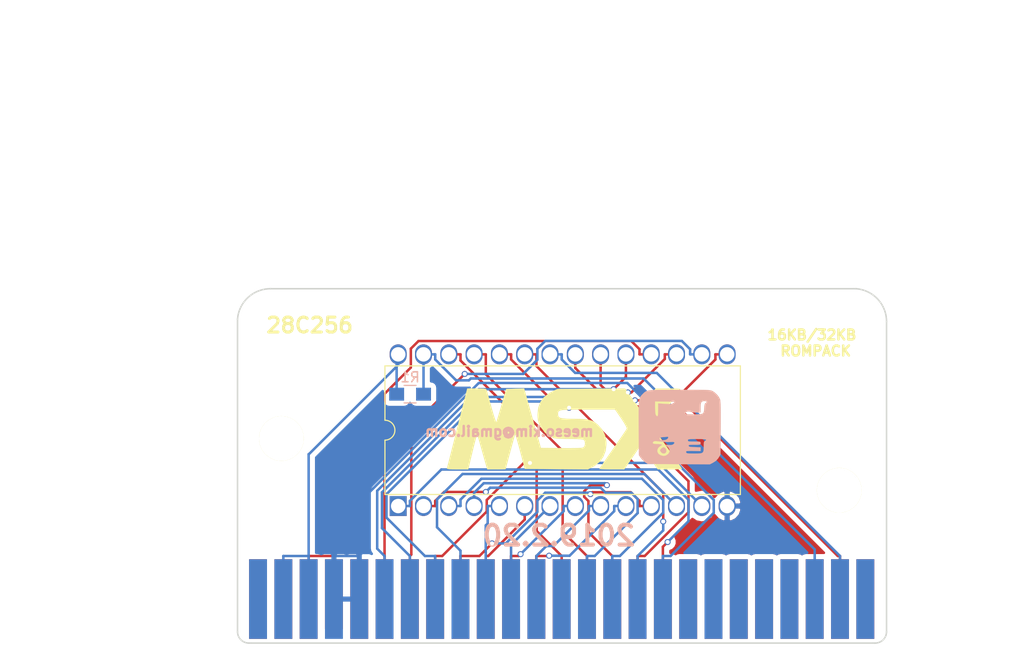
<source format=kicad_pcb>
(kicad_pcb (version 4) (host pcbnew 4.0.7)

  (general
    (links 33)
    (no_connects 0)
    (area 117.145999 76.899699 182.449136 112.649918)
    (thickness 1.6)
    (drawings 14)
    (tracks 253)
    (zones 0)
    (modules 5)
    (nets 48)
  )

  (page A4)
  (layers
    (0 F.Cu signal)
    (31 B.Cu signal)
    (32 B.Adhes user)
    (33 F.Adhes user)
    (34 B.Paste user)
    (35 F.Paste user)
    (36 B.SilkS user)
    (37 F.SilkS user)
    (38 B.Mask user)
    (39 F.Mask user)
    (40 Dwgs.User user)
    (41 Cmts.User user)
    (42 Eco1.User user)
    (43 Eco2.User user)
    (44 Edge.Cuts user)
    (45 Margin user)
    (46 B.CrtYd user)
    (47 F.CrtYd user)
    (48 B.Fab user)
    (49 F.Fab user)
  )

  (setup
    (last_trace_width 0.25)
    (trace_clearance 0.2)
    (zone_clearance 0.508)
    (zone_45_only no)
    (trace_min 0.2)
    (segment_width 0.2)
    (edge_width 0.15)
    (via_size 0.6)
    (via_drill 0.4)
    (via_min_size 0.4)
    (via_min_drill 0.3)
    (uvia_size 0.3)
    (uvia_drill 0.1)
    (uvias_allowed no)
    (uvia_min_size 0.2)
    (uvia_min_drill 0.1)
    (pcb_text_width 0.3)
    (pcb_text_size 1.5 1.5)
    (mod_edge_width 0.15)
    (mod_text_size 1 1)
    (mod_text_width 0.15)
    (pad_size 1.524 1.524)
    (pad_drill 0.762)
    (pad_to_mask_clearance 0.2)
    (aux_axis_origin 0 0)
    (visible_elements 7FFFFFFF)
    (pcbplotparams
      (layerselection 0x010f0_80000001)
      (usegerberextensions false)
      (excludeedgelayer true)
      (linewidth 0.100000)
      (plotframeref false)
      (viasonmask false)
      (mode 1)
      (useauxorigin false)
      (hpglpennumber 1)
      (hpglpenspeed 20)
      (hpglpendiameter 15)
      (hpglpenoverlay 2)
      (psnegative false)
      (psa4output false)
      (plotreference true)
      (plotvalue true)
      (plotinvisibletext false)
      (padsonsilk false)
      (subtractmaskfromsilk false)
      (outputformat 1)
      (mirror false)
      (drillshape 0)
      (scaleselection 1)
      (outputdirectory output))
  )

  (net 0 "")
  (net 1 "Net-(P1-Pad1)")
  (net 2 "Net-(P1-Pad2)")
  (net 3 /SLTSL)
  (net 4 "Net-(P1-Pad6)")
  (net 5 "Net-(P1-Pad7)")
  (net 6 "Net-(P1-Pad8)")
  (net 7 "Net-(P1-Pad9)")
  (net 8 "Net-(P1-Pad10)")
  (net 9 "Net-(P1-Pad11)")
  (net 10 "Net-(P1-Pad12)")
  (net 11 "Net-(P1-Pad13)")
  (net 12 "Net-(P1-Pad15)")
  (net 13 "Net-(P1-Pad16)")
  (net 14 /A9)
  (net 15 /A11)
  (net 16 /A10)
  (net 17 /A7)
  (net 18 /A6)
  (net 19 /A12)
  (net 20 /A8)
  (net 21 /A14)
  (net 22 /A13)
  (net 23 /A1)
  (net 24 /A0)
  (net 25 /A3)
  (net 26 /A2)
  (net 27 /A5)
  (net 28 /A4)
  (net 29 /D1)
  (net 30 /D0)
  (net 31 /D3)
  (net 32 /D2)
  (net 33 /D5)
  (net 34 /D4)
  (net 35 /D7)
  (net 36 /D6)
  (net 37 GND)
  (net 38 "Net-(P1-Pad42)")
  (net 39 "Net-(P1-Pad44)")
  (net 40 "Net-(P1-Pad48)")
  (net 41 "Net-(P1-Pad49)")
  (net 42 "Net-(P1-Pad50)")
  (net 43 VCC)
  (net 44 "Net-(P1-Pad25)")
  (net 45 /CS12)
  (net 46 /WR0)
  (net 47 "Net-(P1-Pad14)")

  (net_class Default "This is the default net class."
    (clearance 0.2)
    (trace_width 0.25)
    (via_dia 0.6)
    (via_drill 0.4)
    (uvia_dia 0.3)
    (uvia_drill 0.1)
    (add_net /A0)
    (add_net /A1)
    (add_net /A10)
    (add_net /A11)
    (add_net /A12)
    (add_net /A13)
    (add_net /A14)
    (add_net /A2)
    (add_net /A3)
    (add_net /A4)
    (add_net /A5)
    (add_net /A6)
    (add_net /A7)
    (add_net /A8)
    (add_net /A9)
    (add_net /CS12)
    (add_net /D0)
    (add_net /D1)
    (add_net /D2)
    (add_net /D3)
    (add_net /D4)
    (add_net /D5)
    (add_net /D6)
    (add_net /D7)
    (add_net /SLTSL)
    (add_net /WR0)
    (add_net GND)
    (add_net "Net-(P1-Pad1)")
    (add_net "Net-(P1-Pad10)")
    (add_net "Net-(P1-Pad11)")
    (add_net "Net-(P1-Pad12)")
    (add_net "Net-(P1-Pad13)")
    (add_net "Net-(P1-Pad14)")
    (add_net "Net-(P1-Pad15)")
    (add_net "Net-(P1-Pad16)")
    (add_net "Net-(P1-Pad2)")
    (add_net "Net-(P1-Pad25)")
    (add_net "Net-(P1-Pad42)")
    (add_net "Net-(P1-Pad44)")
    (add_net "Net-(P1-Pad48)")
    (add_net "Net-(P1-Pad49)")
    (add_net "Net-(P1-Pad50)")
    (add_net "Net-(P1-Pad6)")
    (add_net "Net-(P1-Pad7)")
    (add_net "Net-(P1-Pad8)")
    (add_net "Net-(P1-Pad9)")
    (add_net VCC)
  )

  (module MSX:card_edge_connector (layer F.Cu) (tedit 5AAFC971) (tstamp 5B97F924)
    (at 148.501 105.004)
    (path /5B981348)
    (fp_text reference P1 (at 2.794 -3.556) (layer F.SilkS) hide
      (effects (font (size 1 1) (thickness 0.15)))
    )
    (fp_text value CONN_MSXSLOT (at 1.25984 -0.66256) (layer F.Fab)
      (effects (font (size 1 1) (thickness 0.15)))
    )
    (fp_arc (start -30.268375 7.356852) (end -31.268375 7.356852) (angle -90.00000001) (layer Dwgs.User) (width 0.1))
    (fp_arc (start 32.846865 7.356852) (end 32.846865 8.356852) (angle -90) (layer Dwgs.User) (width 0.1))
    (fp_circle (center -26.873455 -12.985388) (end -25.523455 -12.985388) (layer Dwgs.User) (width 0.1))
    (fp_circle (center 29.126545 -7.785388) (end 30.476545 -7.785388) (layer Dwgs.User) (width 0.1))
    (fp_circle (center -26.873455 -12.985388) (end -24.623455 -12.985388) (layer Dwgs.User) (width 0.1))
    (fp_circle (center 29.126545 -7.785388) (end 31.376545 -7.785388) (layer Dwgs.User) (width 0.1))
    (fp_line (start 47.626545 -2.785388) (end 47.626545 -56.985388) (layer Dwgs.User) (width 0.1))
    (fp_line (start 33.836705 7.262872) (end 33.836705 -2.737128) (layer Dwgs.User) (width 0.1))
    (fp_line (start 47.626545 -56.985388) (end -55.073455 -56.985388) (layer Dwgs.User) (width 0.1))
    (fp_line (start -55.073455 -13.785388) (end -43.573455 -13.785388) (layer Dwgs.User) (width 0.1))
    (fp_line (start 33.826545 -2.785388) (end 47.626545 -2.785388) (layer Dwgs.User) (width 0.1))
    (fp_line (start -43.573455 -2.785388) (end -31.273455 -2.785388) (layer Dwgs.User) (width 0.1))
    (fp_line (start -31.268375 -2.724428) (end -31.268375 7.275572) (layer Dwgs.User) (width 0.1))
    (fp_line (start -30.253135 8.356852) (end 32.846865 8.356852) (layer Dwgs.User) (width 0.1))
    (fp_line (start -43.573455 -13.785388) (end -43.573455 -2.785388) (layer Dwgs.User) (width 0.1))
    (fp_line (start -55.073455 -56.985388) (end -55.073455 -13.785388) (layer Dwgs.User) (width 0.1))
    (fp_line (start -55.073455 -56.985388) (end -55.073455 -13.785388) (layer Dwgs.User) (width 0.1))
    (fp_line (start -43.573455 -13.785388) (end -43.573455 -2.785388) (layer Dwgs.User) (width 0.1))
    (fp_line (start -30.253135 8.356852) (end 32.846865 8.356852) (layer Dwgs.User) (width 0.1))
    (fp_line (start -31.273455 -2.785388) (end -31.273455 7.214612) (layer Dwgs.User) (width 0.1))
    (fp_line (start -43.573455 -2.785388) (end -31.273455 -2.785388) (layer Dwgs.User) (width 0.1))
    (fp_line (start 33.826545 -2.785388) (end 47.626545 -2.785388) (layer Dwgs.User) (width 0.1))
    (fp_line (start -55.073455 -13.785388) (end -43.573455 -13.785388) (layer Dwgs.User) (width 0.1))
    (fp_line (start 47.626545 -56.985388) (end -55.073455 -56.985388) (layer Dwgs.User) (width 0.1))
    (fp_line (start 47.626545 -2.785388) (end 47.626545 -56.985388) (layer Dwgs.User) (width 0.1))
    (fp_circle (center 29.126545 -7.785388) (end 31.376545 -7.785388) (layer Dwgs.User) (width 0.1))
    (fp_circle (center -26.873455 -12.985388) (end -24.623455 -12.985388) (layer Dwgs.User) (width 0.1))
    (fp_circle (center 29.126545 -7.785388) (end 30.476545 -7.785388) (layer Dwgs.User) (width 0.1))
    (fp_circle (center -26.873455 -12.985388) (end -25.523455 -12.985388) (layer Dwgs.User) (width 0.1))
    (fp_arc (start 32.846865 7.356852) (end 32.846865 8.356852) (angle -90) (layer Dwgs.User) (width 0.1))
    (pad "" np_thru_hole circle (at 29.12364 -7.78256) (size 4.5 4.5) (drill 4.5) (layers *.Cu *.Mask F.SilkS)
      (clearance 0.5))
    (pad 1 connect rect (at 31.73984 3.14744) (size 1.8 8) (layers B.Cu B.Mask)
      (net 1 "Net-(P1-Pad1)"))
    (pad 2 connect rect (at 31.73984 3.14744) (size 1.8 8) (layers F.Cu F.Mask)
      (net 2 "Net-(P1-Pad2)"))
    (pad 3 connect rect (at 29.19984 3.14744) (size 1.8 8) (layers B.Cu B.Mask)
      (net 45 /CS12))
    (pad 4 connect rect (at 29.19984 3.14744) (size 1.8 8) (layers F.Cu F.Mask)
      (net 3 /SLTSL))
    (pad 5 connect rect (at 26.65984 3.14744) (size 1.8 8) (layers B.Cu B.Mask)
      (net 46 /WR0))
    (pad 6 connect rect (at 26.65984 3.14744) (size 1.8 8) (layers F.Cu F.Mask)
      (net 4 "Net-(P1-Pad6)"))
    (pad 7 connect rect (at 24.11984 3.14744) (size 1.8 8) (layers B.Cu B.Mask)
      (net 5 "Net-(P1-Pad7)"))
    (pad 8 connect rect (at 24.11984 3.14744) (size 1.8 8) (layers F.Cu F.Mask)
      (net 6 "Net-(P1-Pad8)"))
    (pad 9 connect rect (at 21.57984 3.14744) (size 1.8 8) (layers B.Cu B.Mask)
      (net 7 "Net-(P1-Pad9)"))
    (pad 10 connect rect (at 21.57984 3.14744) (size 1.8 8) (layers F.Cu F.Mask)
      (net 8 "Net-(P1-Pad10)"))
    (pad 11 connect rect (at 19.03984 3.14744) (size 1.8 8) (layers B.Cu B.Mask)
      (net 9 "Net-(P1-Pad11)"))
    (pad 12 connect rect (at 19.03984 3.14744) (size 1.8 8) (layers F.Cu F.Mask)
      (net 10 "Net-(P1-Pad12)"))
    (pad 13 connect rect (at 16.49984 3.14744) (size 1.8 8) (layers B.Cu B.Mask)
      (net 11 "Net-(P1-Pad13)"))
    (pad 14 connect rect (at 16.49984 3.14744) (size 1.8 8) (layers F.Cu F.Mask)
      (net 47 "Net-(P1-Pad14)"))
    (pad 15 connect rect (at 13.95984 3.14744) (size 1.8 8) (layers B.Cu B.Mask)
      (net 12 "Net-(P1-Pad15)"))
    (pad 16 connect rect (at 13.95984 3.14744) (size 1.8 8) (layers F.Cu F.Mask)
      (net 13 "Net-(P1-Pad16)"))
    (pad 17 connect rect (at 11.41984 3.14744) (size 1.8 8) (layers B.Cu B.Mask)
      (net 14 /A9))
    (pad 18 connect rect (at 11.41984 3.14744) (size 1.8 8) (layers F.Cu F.Mask)
      (net 21 /A14))
    (pad 19 connect rect (at 8.87984 3.14744) (size 1.8 8) (layers B.Cu B.Mask)
      (net 15 /A11))
    (pad 20 connect rect (at 8.87984 3.14744) (size 1.8 8) (layers F.Cu F.Mask)
      (net 16 /A10))
    (pad 21 connect rect (at 6.33984 3.14744) (size 1.8 8) (layers B.Cu B.Mask)
      (net 17 /A7))
    (pad 22 connect rect (at 6.33984 3.14744) (size 1.8 8) (layers F.Cu F.Mask)
      (net 18 /A6))
    (pad 23 connect rect (at 3.79984 3.14744) (size 1.8 8) (layers B.Cu B.Mask)
      (net 19 /A12))
    (pad 24 connect rect (at 3.79984 3.14744) (size 1.8 8) (layers F.Cu F.Mask)
      (net 20 /A8))
    (pad 25 connect rect (at 1.25984 3.14744) (size 1.8 8) (layers B.Cu B.Mask)
      (net 44 "Net-(P1-Pad25)"))
    (pad 26 connect rect (at 1.25984 3.14744) (size 1.8 8) (layers F.Cu F.Mask)
      (net 22 /A13))
    (pad 27 connect rect (at -1.28016 3.14744) (size 1.8 8) (layers B.Cu B.Mask)
      (net 23 /A1))
    (pad 28 connect rect (at -1.28016 3.14744) (size 1.8 8) (layers F.Cu F.Mask)
      (net 24 /A0))
    (pad 29 connect rect (at -3.82016 3.14744) (size 1.8 8) (layers B.Cu B.Mask)
      (net 25 /A3))
    (pad 30 connect rect (at -3.82016 3.14744) (size 1.8 8) (layers F.Cu F.Mask)
      (net 26 /A2))
    (pad 31 connect rect (at -6.36016 3.14744) (size 1.8 8) (layers B.Cu B.Mask)
      (net 27 /A5))
    (pad 32 connect rect (at -6.36016 3.14744) (size 1.8 8) (layers F.Cu F.Mask)
      (net 28 /A4))
    (pad 33 connect rect (at -8.90016 3.14744) (size 1.8 8) (layers B.Cu B.Mask)
      (net 29 /D1))
    (pad 34 connect rect (at -8.90016 3.14744) (size 1.8 8) (layers F.Cu F.Mask)
      (net 30 /D0))
    (pad 35 connect rect (at -11.44016 3.14744) (size 1.8 8) (layers B.Cu B.Mask)
      (net 31 /D3))
    (pad 36 connect rect (at -11.44016 3.14744) (size 1.8 8) (layers F.Cu F.Mask)
      (net 32 /D2))
    (pad 37 connect rect (at -13.98016 3.14744) (size 1.8 8) (layers B.Cu B.Mask)
      (net 33 /D5))
    (pad 38 connect rect (at -13.98016 3.14744) (size 1.8 8) (layers F.Cu F.Mask)
      (net 34 /D4))
    (pad 39 connect rect (at -16.52016 3.14744) (size 1.8 8) (layers B.Cu B.Mask)
      (net 35 /D7))
    (pad 40 connect rect (at -16.52016 3.14744) (size 1.8 8) (layers F.Cu F.Mask)
      (net 36 /D6))
    (pad 41 connect rect (at -19.06016 3.14744) (size 1.8 8) (layers B.Cu B.Mask)
      (net 37 GND))
    (pad 42 connect rect (at -19.06016 3.14744) (size 1.8 8) (layers F.Cu F.Mask)
      (net 38 "Net-(P1-Pad42)"))
    (pad 43 connect rect (at -21.60016 3.14744) (size 1.8 8) (layers B.Cu B.Mask)
      (net 37 GND))
    (pad 44 connect rect (at -21.60524 2.65468) (size 1.8 7) (layers F.Cu F.Mask)
      (net 39 "Net-(P1-Pad44)"))
    (pad 45 connect rect (at -24.14016 3.14744) (size 1.8 8) (layers B.Cu B.Mask)
      (net 43 VCC))
    (pad 46 connect rect (at -24.14016 3.14744) (size 1.8 8) (layers F.Cu F.Mask)
      (net 39 "Net-(P1-Pad44)"))
    (pad 47 connect rect (at -26.68016 3.14744) (size 1.8 8) (layers B.Cu B.Mask)
      (net 43 VCC))
    (pad 48 connect rect (at -26.68016 3.14744) (size 1.8 8) (layers F.Cu F.Mask)
      (net 40 "Net-(P1-Pad48)"))
    (pad 49 connect rect (at -29.22016 3.14744) (size 1.8 8) (layers B.Cu B.Mask)
      (net 41 "Net-(P1-Pad49)"))
    (pad 50 connect rect (at -29.22016 3.14744) (size 1.8 8) (layers F.Cu F.Mask)
      (net 42 "Net-(P1-Pad50)"))
    (pad "" np_thru_hole circle (at -26.87574 -12.98448) (size 4.5 4.5) (drill 4.5) (layers *.Cu *.Mask F.SilkS)
      (clearance 0.5))
  )

  (module Housings_DIP:DIP-28_W15.24mm (layer F.Cu) (tedit 5BFA7DFD) (tstamp 5B97F954)
    (at 133.35 98.806 90)
    (descr "28-lead though-hole mounted DIP package, row spacing 15.24 mm (600 mils)")
    (tags "THT DIP DIL PDIP 2.54mm 15.24mm 600mil")
    (path /5B97E887)
    (fp_text reference U1 (at 7.366 1.905 180) (layer F.SilkS) hide
      (effects (font (size 1 1) (thickness 0.15)))
    )
    (fp_text value 28C256 (at 7.62 35.35 90) (layer F.Fab)
      (effects (font (size 1 1) (thickness 0.15)))
    )
    (fp_arc (start 7.62 -1.33) (end 6.62 -1.33) (angle -180) (layer F.SilkS) (width 0.12))
    (fp_line (start 1.255 -1.27) (end 14.985 -1.27) (layer F.Fab) (width 0.1))
    (fp_line (start 14.985 -1.27) (end 14.985 34.29) (layer F.Fab) (width 0.1))
    (fp_line (start 14.985 34.29) (end 0.255 34.29) (layer F.Fab) (width 0.1))
    (fp_line (start 0.255 34.29) (end 0.255 -0.27) (layer F.Fab) (width 0.1))
    (fp_line (start 0.255 -0.27) (end 1.255 -1.27) (layer F.Fab) (width 0.1))
    (fp_line (start 6.62 -1.33) (end 1.16 -1.33) (layer F.SilkS) (width 0.12))
    (fp_line (start 1.16 -1.33) (end 1.16 34.35) (layer F.SilkS) (width 0.12))
    (fp_line (start 1.16 34.35) (end 14.08 34.35) (layer F.SilkS) (width 0.12))
    (fp_line (start 14.08 34.35) (end 14.08 -1.33) (layer F.SilkS) (width 0.12))
    (fp_line (start 14.08 -1.33) (end 8.62 -1.33) (layer F.SilkS) (width 0.12))
    (fp_line (start -1.05 -1.55) (end -1.05 34.55) (layer F.CrtYd) (width 0.05))
    (fp_line (start -1.05 34.55) (end 16.3 34.55) (layer F.CrtYd) (width 0.05))
    (fp_line (start 16.3 34.55) (end 16.3 -1.55) (layer F.CrtYd) (width 0.05))
    (fp_line (start 16.3 -1.55) (end -1.05 -1.55) (layer F.CrtYd) (width 0.05))
    (fp_text user %R (at 7.62 16.51 90) (layer F.Fab)
      (effects (font (size 1 1) (thickness 0.15)))
    )
    (pad 1 thru_hole rect (at 0 0 90) (size 2 1.7) (drill 1.45) (layers *.Cu *.Mask)
      (net 21 /A14))
    (pad 15 thru_hole oval (at 15.24 33.02 90) (size 2 1.7) (drill 1.45) (layers *.Cu *.Mask)
      (net 31 /D3))
    (pad 2 thru_hole oval (at 0 2.54 90) (size 2 1.7) (drill 1.45) (layers *.Cu *.Mask)
      (net 19 /A12))
    (pad 16 thru_hole oval (at 15.24 30.48 90) (size 2 1.7) (drill 1.45) (layers *.Cu *.Mask)
      (net 34 /D4))
    (pad 3 thru_hole oval (at 0 5.08 90) (size 2 1.7) (drill 1.45) (layers *.Cu *.Mask)
      (net 17 /A7))
    (pad 17 thru_hole oval (at 15.24 27.94 90) (size 2 1.7) (drill 1.45) (layers *.Cu *.Mask)
      (net 33 /D5))
    (pad 4 thru_hole oval (at 0 7.62 90) (size 2 1.7) (drill 1.45) (layers *.Cu *.Mask)
      (net 18 /A6))
    (pad 18 thru_hole oval (at 15.24 25.4 90) (size 2 1.7) (drill 1.45) (layers *.Cu *.Mask)
      (net 36 /D6))
    (pad 5 thru_hole oval (at 0 10.16 90) (size 2 1.7) (drill 1.45) (layers *.Cu *.Mask)
      (net 27 /A5))
    (pad 19 thru_hole oval (at 15.24 22.86 90) (size 2 1.7) (drill 1.45) (layers *.Cu *.Mask)
      (net 35 /D7))
    (pad 6 thru_hole oval (at 0 12.7 90) (size 2 1.7) (drill 1.45) (layers *.Cu *.Mask)
      (net 28 /A4))
    (pad 20 thru_hole oval (at 15.24 20.32 90) (size 2 1.7) (drill 1.45) (layers *.Cu *.Mask)
      (net 3 /SLTSL))
    (pad 7 thru_hole oval (at 0 15.24 90) (size 2 1.7) (drill 1.45) (layers *.Cu *.Mask)
      (net 25 /A3))
    (pad 21 thru_hole oval (at 15.24 17.78 90) (size 2 1.7) (drill 1.45) (layers *.Cu *.Mask)
      (net 16 /A10))
    (pad 8 thru_hole oval (at 0 17.78 90) (size 2 1.7) (drill 1.45) (layers *.Cu *.Mask)
      (net 26 /A2))
    (pad 22 thru_hole oval (at 15.24 15.24 90) (size 2 1.7) (drill 1.45) (layers *.Cu *.Mask)
      (net 45 /CS12))
    (pad 9 thru_hole oval (at 0 20.32 90) (size 2 1.7) (drill 1.45) (layers *.Cu *.Mask)
      (net 23 /A1))
    (pad 23 thru_hole oval (at 15.24 12.7 90) (size 2 1.7) (drill 1.45) (layers *.Cu *.Mask)
      (net 15 /A11))
    (pad 10 thru_hole oval (at 0 22.86 90) (size 2 1.7) (drill 1.45) (layers *.Cu *.Mask)
      (net 24 /A0))
    (pad 24 thru_hole oval (at 15.24 10.16 90) (size 2 1.7) (drill 1.45) (layers *.Cu *.Mask)
      (net 14 /A9))
    (pad 11 thru_hole oval (at 0 25.4 90) (size 2 1.7) (drill 1.45) (layers *.Cu *.Mask)
      (net 30 /D0))
    (pad 25 thru_hole oval (at 15.24 7.62 90) (size 2 1.7) (drill 1.45) (layers *.Cu *.Mask)
      (net 20 /A8))
    (pad 12 thru_hole oval (at 0 27.94 90) (size 2 1.7) (drill 1.45) (layers *.Cu *.Mask)
      (net 29 /D1))
    (pad 26 thru_hole oval (at 15.24 5.08 90) (size 2 1.7) (drill 1.45) (layers *.Cu *.Mask)
      (net 22 /A13))
    (pad 13 thru_hole oval (at 0 30.48 90) (size 2 1.7) (drill 1.45) (layers *.Cu *.Mask)
      (net 32 /D2))
    (pad 27 thru_hole oval (at 15.24 2.54 90) (size 2 1.7) (drill 1.45) (layers *.Cu *.Mask)
      (net 46 /WR0))
    (pad 14 thru_hole oval (at 0 33.02 90) (size 2 1.7) (drill 1.45) (layers *.Cu *.Mask)
      (net 37 GND))
    (pad 28 thru_hole oval (at 15.24 0 90) (size 2 1.7) (drill 1.45) (layers *.Cu *.Mask)
      (net 43 VCC))
    (model ${KISYS3DMOD}/Housings_DIP.3dshapes/DIP-28_W15.24mm.wrl
      (at (xyz 0 0 0))
      (scale (xyz 1 1 1))
      (rotate (xyz 0 0 0))
    )
  )

  (module MSX:msx-logo (layer F.Cu) (tedit 5B97FAD2) (tstamp 5B97FF78)
    (at 149.987 91.059)
    (fp_text reference G1 (at 0 0) (layer F.SilkS) hide
      (effects (font (thickness 0.3)))
    )
    (fp_text value LOGO (at 0.75 0) (layer F.SilkS) hide
      (effects (font (thickness 0.3)))
    )
    (fp_poly (pts (xy -3.899174 -3.749324) (xy -3.85508 -3.59093) (xy -3.771351 -3.291787) (xy -3.654231 -2.874144)
      (xy -3.509967 -2.36025) (xy -3.344802 -1.772355) (xy -3.164982 -1.13271) (xy -3.060716 -0.762)
      (xy -2.310464 1.905) (xy -0.26349 1.927678) (xy 0.471141 1.931851) (xy 1.068303 1.926793)
      (xy 1.519934 1.912745) (xy 1.817973 1.889949) (xy 1.950075 1.861199) (xy 2.069021 1.714199)
      (xy 2.118502 1.486061) (xy 2.091865 1.252899) (xy 2.015067 1.1176) (xy 1.896559 1.072988)
      (xy 1.637726 1.041562) (xy 1.229326 1.022656) (xy 0.662116 1.015606) (xy 0.5969 1.015527)
      (xy 0.114553 1.009759) (xy -0.33222 0.994195) (xy -0.704747 0.970922) (xy -0.964358 0.942025)
      (xy -1.035028 0.927471) (xy -1.512793 0.709303) (xy -1.940293 0.34232) (xy -2.298003 -0.155773)
      (xy -2.363134 -0.276757) (xy -2.522464 -0.614118) (xy -2.610544 -0.89093) (xy -2.647548 -1.189176)
      (xy -2.653874 -1.458336) (xy -2.586479 -2.117244) (xy -2.377676 -2.686215) (xy -2.024204 -3.170198)
      (xy -1.522802 -3.574137) (xy -1.110827 -3.798557) (xy -0.635 -4.021667) (xy 2.751667 -4.043973)
      (xy 6.138334 -4.066278) (xy 6.900334 -3.003704) (xy 7.662334 -1.941131) (xy 7.847513 -2.171784)
      (xy 7.96979 -2.333253) (xy 8.160781 -2.596018) (xy 8.393064 -2.921981) (xy 8.609513 -3.230367)
      (xy 9.186334 -4.058297) (xy 10.435167 -4.061149) (xy 10.873192 -4.059212) (xy 11.244077 -4.051973)
      (xy 11.51831 -4.040451) (xy 11.66638 -4.025666) (xy 11.684 -4.018007) (xy 11.636861 -3.939696)
      (xy 11.503816 -3.741716) (xy 11.297425 -3.442159) (xy 11.030247 -3.059118) (xy 10.714843 -2.610685)
      (xy 10.363771 -2.114954) (xy 10.328042 -2.06468) (xy 9.949838 -1.526269) (xy 9.623284 -1.048615)
      (xy 9.358378 -0.647188) (xy 9.165121 -0.33746) (xy 9.053511 -0.134903) (xy 9.030823 -0.057506)
      (xy 9.093303 0.035317) (xy 9.240535 0.247804) (xy 9.459504 0.561361) (xy 9.737193 0.957398)
      (xy 10.060584 1.417321) (xy 10.41666 1.922539) (xy 10.471448 2.000176) (xy 10.8281 2.507277)
      (xy 11.150605 2.969285) (xy 11.426602 3.368213) (xy 11.643731 3.686075) (xy 11.789631 3.904884)
      (xy 11.851943 4.006655) (xy 11.853334 4.011009) (xy 11.773647 4.029798) (xy 11.554491 4.045655)
      (xy 11.225722 4.057286) (xy 10.817197 4.063393) (xy 10.633099 4.064) (xy 9.412864 4.063999)
      (xy 9.008537 3.4925) (xy 8.754915 3.136931) (xy 8.459341 2.726843) (xy 8.180638 2.343802)
      (xy 8.148343 2.299742) (xy 7.692475 1.678485) (xy 6.878693 2.871242) (xy 6.06491 4.064)
      (xy 4.810455 4.064) (xy 4.371377 4.061115) (xy 3.999373 4.053171) (xy 3.723892 4.041232)
      (xy 3.57438 4.026364) (xy 3.556 4.018626) (xy 3.602608 3.940149) (xy 3.734204 3.741184)
      (xy 3.938442 3.439812) (xy 4.202978 3.054109) (xy 4.51547 2.602156) (xy 4.863572 2.102031)
      (xy 4.911756 2.033047) (xy 5.266658 1.523269) (xy 5.59017 1.054986) (xy 5.869366 0.647195)
      (xy 6.091321 0.318893) (xy 6.24311 0.089077) (xy 6.311808 -0.023255) (xy 6.313703 -0.027532)
      (xy 6.285697 -0.14044) (xy 6.174814 -0.361507) (xy 5.997297 -0.6616) (xy 5.769392 -1.01159)
      (xy 5.74486 -1.047619) (xy 5.129826 -1.947334) (xy 2.401627 -1.947334) (xy 1.611373 -1.946729)
      (xy 0.974018 -1.943236) (xy 0.473126 -1.934338) (xy 0.092264 -1.917518) (xy -0.185003 -1.890258)
      (xy -0.37511 -1.850043) (xy -0.494492 -1.794355) (xy -0.559582 -1.720676) (xy -0.586815 -1.62649)
      (xy -0.592627 -1.509279) (xy -0.592667 -1.488742) (xy -0.574333 -1.321384) (xy -0.504888 -1.198166)
      (xy -0.362667 -1.112602) (xy -0.126007 -1.058206) (xy 0.226759 -1.028492) (xy 0.717293 -1.016975)
      (xy 0.986418 -1.016001) (xy 1.615503 -1.007617) (xy 2.107731 -0.977206) (xy 2.494988 -0.916879)
      (xy 2.809161 -0.818745) (xy 3.082134 -0.674916) (xy 3.345793 -0.477502) (xy 3.41955 -0.413964)
      (xy 3.852758 0.071396) (xy 4.134164 0.631548) (xy 4.264137 1.26733) (xy 4.273915 1.524)
      (xy 4.195152 2.192126) (xy 3.96871 2.788073) (xy 3.603575 3.297189) (xy 3.108731 3.704825)
      (xy 2.846924 3.85086) (xy 2.406996 4.066097) (xy -0.76102 4.043882) (xy -3.929037 4.021666)
      (xy -4.395225 2.268429) (xy -4.533542 1.754692) (xy -4.65838 1.303229) (xy -4.763061 0.937199)
      (xy -4.840906 0.679764) (xy -4.885238 0.554083) (xy -4.89196 0.545737) (xy -4.919161 0.629428)
      (xy -4.981989 0.847538) (xy -5.072509 1.170853) (xy -5.182787 1.570161) (xy -5.304888 2.016246)
      (xy -5.430877 2.479895) (xy -5.552818 2.931893) (xy -5.662778 3.343026) (xy -5.752821 3.68408)
      (xy -5.815013 3.925841) (xy -5.841418 4.039094) (xy -5.841808 4.042833) (xy -5.920846 4.051356)
      (xy -6.134956 4.058238) (xy -6.449877 4.062698) (xy -6.769333 4.064) (xy -7.696666 4.064)
      (xy -7.854628 3.534833) (xy -7.936035 3.255248) (xy -8.048397 2.860015) (xy -8.178256 2.396895)
      (xy -8.312157 1.913646) (xy -8.343623 1.799166) (xy -8.462558 1.376042) (xy -8.56864 1.017917)
      (xy -8.653001 0.75328) (xy -8.706771 0.610621) (xy -8.718828 0.593803) (xy -8.750884 0.672545)
      (xy -8.81542 0.892024) (xy -8.906011 1.228174) (xy -9.016232 1.656928) (xy -9.139657 2.154219)
      (xy -9.18224 2.32947) (xy -9.60148 4.064) (xy -10.694132 4.064) (xy -11.161457 4.060142)
      (xy -11.479367 4.047247) (xy -11.667635 4.023331) (xy -11.746031 3.98641) (xy -11.748918 3.958166)
      (xy -11.721138 3.857096) (xy -11.656128 3.608234) (xy -11.558078 3.227979) (xy -11.431182 2.732729)
      (xy -11.279632 2.13888) (xy -11.107618 1.462832) (xy -10.919334 0.720981) (xy -10.718971 -0.070274)
      (xy -10.709977 -0.105834) (xy -9.708901 -4.064) (xy -8.754823 -4.064) (xy -8.335497 -4.061087)
      (xy -8.05583 -4.049412) (xy -7.886203 -4.024572) (xy -7.796999 -3.982165) (xy -7.758599 -3.917789)
      (xy -7.758026 -3.915834) (xy -7.722821 -3.790901) (xy -7.650042 -3.530596) (xy -7.547438 -3.162703)
      (xy -7.422756 -2.715007) (xy -7.283744 -2.21529) (xy -7.270117 -2.166276) (xy -7.132384 -1.684158)
      (xy -7.007518 -1.272167) (xy -6.902902 -0.952642) (xy -6.825913 -0.747922) (xy -6.783934 -0.680347)
      (xy -6.780614 -0.68461) (xy -6.74403 -0.799953) (xy -6.668159 -1.050932) (xy -6.561024 -1.410593)
      (xy -6.430649 -1.851982) (xy -6.285057 -2.348146) (xy -6.266093 -2.413) (xy -5.795886 -4.021667)
      (xy -4.891633 -4.045657) (xy -3.987381 -4.069648) (xy -3.899174 -3.749324)) (layer F.SilkS) (width 0.01))
  )

  (module MSX:srxg (layer B.Cu) (tedit 5C4354C6) (tstamp 5B9803F6)
    (at 161.671 91.313 180)
    (fp_text reference G*** (at -0.0254 0 180) (layer B.SilkS) hide
      (effects (font (thickness 0.3)) (justify mirror))
    )
    (fp_text value LOGO (at 0.381 0.127 180) (layer B.SilkS) hide
      (effects (font (thickness 0.3)) (justify mirror))
    )
    (fp_poly (pts (xy 0.79381 4.188137) (xy 1.408578 4.187008) (xy 1.91926 4.183463) (xy 2.337313 4.17614)
      (xy 2.674193 4.163678) (xy 2.941357 4.144716) (xy 3.150263 4.117894) (xy 3.312366 4.08185)
      (xy 3.439124 4.035223) (xy 3.541994 3.976651) (xy 3.632432 3.904775) (xy 3.721894 3.818231)
      (xy 3.793061 3.745124) (xy 3.886556 3.646716) (xy 3.964326 3.552722) (xy 4.027732 3.451008)
      (xy 4.078134 3.329437) (xy 4.116893 3.175875) (xy 4.14537 2.978185) (xy 4.164926 2.724233)
      (xy 4.176921 2.401883) (xy 4.182716 1.998999) (xy 4.183672 1.503447) (xy 4.18115 0.90309)
      (xy 4.177396 0.3175) (xy 4.15925 -2.38125) (xy 3.979547 -2.646047) (xy 3.808642 -2.85135)
      (xy 3.599699 -3.042951) (xy 3.535047 -3.090547) (xy 3.27025 -3.27025) (xy 0.153401 -3.287836)
      (xy -2.963447 -3.305422) (xy -3.306368 -3.126278) (xy -3.586847 -2.94258) (xy -3.794775 -2.708201)
      (xy -3.84077 -2.637521) (xy -4.03225 -2.327909) (xy -4.043225 -0.840551) (xy -2.596711 -0.840551)
      (xy -2.569951 -0.892969) (xy -2.4765 -0.9525) (xy -2.411777 -1.002829) (xy -2.373419 -1.08769)
      (xy -2.354868 -1.23649) (xy -2.34956 -1.478632) (xy -2.3495 -1.521698) (xy -2.345694 -1.789946)
      (xy -2.321698 -1.979177) (xy -2.258649 -2.103176) (xy -2.137685 -2.175726) (xy -1.93994 -2.210613)
      (xy -1.646551 -2.22162) (xy -1.390472 -2.2225) (xy -1.058667 -2.219828) (xy -0.833248 -2.210131)
      (xy -0.69368 -2.190884) (xy -0.619431 -2.159563) (xy -0.593413 -2.124511) (xy -0.58086 -2.018265)
      (xy -0.595069 -1.987264) (xy -0.670849 -1.972576) (xy -0.846003 -1.96296) (xy -1.092971 -1.959373)
      (xy -1.333164 -1.961667) (xy -2.032 -1.975328) (xy -2.032 -1.592265) (xy -1.445351 -1.574007)
      (xy -1.164099 -1.561993) (xy -0.986049 -1.543787) (xy -0.887411 -1.514325) (xy -0.844391 -1.468543)
      (xy -0.837445 -1.444625) (xy -0.839689 -1.392998) (xy -0.885096 -1.360277) (xy -0.995829 -1.342263)
      (xy -1.19405 -1.334758) (xy -1.424094 -1.3335) (xy -1.704848 -1.332419) (xy -1.8823 -1.32505)
      (xy -1.980147 -1.305205) (xy -2.022088 -1.266696) (xy -2.031819 -1.203334) (xy -2.032 -1.17475)
      (xy -2.031611 -1.167489) (xy 0.592412 -1.167489) (xy 0.68961 -1.27557) (xy 0.808761 -1.342351)
      (xy 0.971341 -1.366818) (xy 1.191839 -1.358187) (xy 1.389303 -1.345449) (xy 1.477973 -1.351339)
      (xy 1.475178 -1.379598) (xy 1.434322 -1.410525) (xy 1.206349 -1.611988) (xy 1.087036 -1.827403)
      (xy 1.080383 -2.040609) (xy 1.19039 -2.235444) (xy 1.222375 -2.266848) (xy 1.44986 -2.424406)
      (xy 1.680642 -2.469003) (xy 1.948972 -2.406083) (xy 1.99135 -2.38906) (xy 2.196723 -2.247992)
      (xy 2.302411 -2.057261) (xy 2.308673 -1.845567) (xy 2.21577 -1.641606) (xy 2.023959 -1.474077)
      (xy 1.982889 -1.45196) (xy 1.863219 -1.376028) (xy 1.856713 -1.321908) (xy 1.967084 -1.287768)
      (xy 2.198041 -1.271772) (xy 2.350945 -1.27) (xy 2.61265 -1.252623) (xy 2.752921 -1.200643)
      (xy 2.771413 -1.114286) (xy 2.712814 -1.0346) (xy 2.654817 -0.992876) (xy 2.568244 -0.971627)
      (xy 2.427795 -0.970303) (xy 2.208167 -0.988359) (xy 1.944963 -1.017985) (xy 1.626482 -1.048436)
      (xy 1.317598 -1.065429) (xy 1.063057 -1.067066) (xy 0.955931 -1.059993) (xy 0.727564 -1.051547)
      (xy 0.604372 -1.089014) (xy 0.592412 -1.167489) (xy -2.031611 -1.167489) (xy -2.028136 -1.102707)
      (xy -2.001085 -1.056619) (xy -1.927659 -1.030686) (xy -1.784673 -1.019114) (xy -1.54894 -1.016105)
      (xy -1.397 -1.016) (xy -1.107988 -1.014256) (xy -0.922974 -1.005962) (xy -0.818971 -0.98652)
      (xy -0.772993 -0.951332) (xy -0.762052 -0.895801) (xy -0.762 -0.889) (xy -0.768413 -0.839483)
      (xy -0.800439 -0.804838) (xy -0.877261 -0.782418) (xy -1.018064 -0.769576) (xy -1.24203 -0.763667)
      (xy -1.568344 -0.762046) (xy -1.68275 -0.762) (xy -2.080855 -0.765921) (xy -2.360396 -0.779003)
      (xy -2.529604 -0.803221) (xy -2.596711 -0.840551) (xy -4.043225 -0.840551) (xy -4.044979 -0.602741)
      (xy 1.205463 -0.602741) (xy 1.256359 -0.707358) (xy 1.347629 -0.790149) (xy 1.521732 -0.860355)
      (xy 1.7419 -0.886373) (xy 1.944814 -0.864392) (xy 2.025378 -0.830936) (xy 2.098789 -0.742094)
      (xy 2.064624 -0.656797) (xy 1.941426 -0.593521) (xy 1.764117 -0.570632) (xy 1.556407 -0.561117)
      (xy 1.380561 -0.538586) (xy 1.349375 -0.531476) (xy 1.236537 -0.533841) (xy 1.205463 -0.602741)
      (xy -4.044979 -0.602741) (xy -4.051733 0.312421) (xy -4.055782 1.080239) (xy -4.055626 1.724649)
      (xy -4.051204 2.249178) (xy -4.042453 2.65735) (xy -4.029309 2.952691) (xy -4.026964 2.977483)
      (xy -2.662275 2.977483) (xy -2.612452 2.902226) (xy -2.54726 2.861385) (xy -2.478993 2.798243)
      (xy -2.436175 2.678942) (xy -2.41036 2.474117) (xy -2.402749 2.35894) (xy -2.385837 2.117495)
      (xy -2.354042 1.945431) (xy -2.2883 1.830997) (xy -2.16955 1.762439) (xy -1.978729 1.728005)
      (xy -1.696775 1.715943) (xy -1.357475 1.7145) (xy -1.014461 1.715641) (xy -0.778546 1.720967)
      (xy -0.629839 1.733333) (xy -0.548446 1.755597) (xy -0.514474 1.790613) (xy -0.508 1.836455)
      (xy -0.562892 1.940345) (xy -0.702458 2.000617) (xy -0.889036 2.007754) (xy -1.040853 1.971123)
      (xy -1.19735 1.935804) (xy -1.425357 1.911813) (xy -1.623384 1.905) (xy -2.032 1.905)
      (xy -2.032 2.353675) (xy -2.041882 2.66283) (xy -2.079026 2.866379) (xy -2.154682 2.984703)
      (xy -2.156914 2.985655) (xy 0.5715 2.985655) (xy 0.591518 2.947224) (xy 0.683048 2.861039)
      (xy 0.693057 2.852637) (xy 0.771259 2.796524) (xy 0.860819 2.76244) (xy 0.989365 2.747624)
      (xy 1.184525 2.749314) (xy 1.473928 2.764748) (xy 1.534432 2.768537) (xy 2.2225 2.812076)
      (xy 2.2225 2.168038) (xy 2.225475 1.870304) (xy 2.23651 1.678445) (xy 2.258766 1.571434)
      (xy 2.295404 1.528241) (xy 2.319321 1.524) (xy 2.410945 1.577173) (xy 2.478071 1.686884)
      (xy 2.505838 1.822449) (xy 2.527165 2.045601) (xy 2.538792 2.316969) (xy 2.54 2.435089)
      (xy 2.54 3.02041) (xy 1.571625 3.005722) (xy 1.234108 3.000298) (xy 0.943552 2.99505)
      (xy 0.722685 2.990435) (xy 0.594236 2.986909) (xy 0.5715 2.985655) (xy -2.156914 2.985655)
      (xy -2.280098 3.038183) (xy -2.415235 3.048) (xy -2.594509 3.028939) (xy -2.662275 2.977483)
      (xy -4.026964 2.977483) (xy -4.011709 3.138727) (xy -4.000376 3.194823) (xy -3.875126 3.455892)
      (xy -3.66804 3.720062) (xy -3.416324 3.946187) (xy -3.20675 4.072531) (xy -3.140043 4.099433)
      (xy -3.06085 4.121834) (xy -2.95764 4.140142) (xy -2.818884 4.154765) (xy -2.633049 4.166111)
      (xy -2.388607 4.174588) (xy -2.074026 4.180604) (xy -1.677775 4.184566) (xy -1.188324 4.186882)
      (xy -0.594143 4.187961) (xy 0.0635 4.188211) (xy 0.79381 4.188137)) (layer B.SilkS) (width 0.01))
    (fp_poly (pts (xy 1.791864 -1.629393) (xy 1.915915 -1.726142) (xy 2.010123 -1.834345) (xy 2.032 -1.89087)
      (xy 1.998935 -1.974847) (xy 1.933149 -2.08137) (xy 1.792445 -2.193639) (xy 1.621192 -2.217303)
      (xy 1.4732 -2.1463) (xy 1.404498 -2.002056) (xy 1.419823 -1.832107) (xy 1.501993 -1.681298)
      (xy 1.633829 -1.594475) (xy 1.687285 -1.5875) (xy 1.791864 -1.629393)) (layer B.SilkS) (width 0.01))
  )

  (module Resistors_SMD:R_0805_HandSoldering (layer B.Cu) (tedit 58E0A804) (tstamp 5C6D6C14)
    (at 134.5438 87.5665 180)
    (descr "Resistor SMD 0805, hand soldering")
    (tags "resistor 0805")
    (path /5C6D686C)
    (attr smd)
    (fp_text reference R1 (at 0 1.7 180) (layer B.SilkS)
      (effects (font (size 1 1) (thickness 0.15)) (justify mirror))
    )
    (fp_text value R (at 0 -1.75 180) (layer B.Fab)
      (effects (font (size 1 1) (thickness 0.15)) (justify mirror))
    )
    (fp_text user %R (at 0 0 180) (layer B.Fab)
      (effects (font (size 0.5 0.5) (thickness 0.075)) (justify mirror))
    )
    (fp_line (start -1 -0.62) (end -1 0.62) (layer B.Fab) (width 0.1))
    (fp_line (start 1 -0.62) (end -1 -0.62) (layer B.Fab) (width 0.1))
    (fp_line (start 1 0.62) (end 1 -0.62) (layer B.Fab) (width 0.1))
    (fp_line (start -1 0.62) (end 1 0.62) (layer B.Fab) (width 0.1))
    (fp_line (start 0.6 -0.88) (end -0.6 -0.88) (layer B.SilkS) (width 0.12))
    (fp_line (start -0.6 0.88) (end 0.6 0.88) (layer B.SilkS) (width 0.12))
    (fp_line (start -2.35 0.9) (end 2.35 0.9) (layer B.CrtYd) (width 0.05))
    (fp_line (start -2.35 0.9) (end -2.35 -0.9) (layer B.CrtYd) (width 0.05))
    (fp_line (start 2.35 -0.9) (end 2.35 0.9) (layer B.CrtYd) (width 0.05))
    (fp_line (start 2.35 -0.9) (end -2.35 -0.9) (layer B.CrtYd) (width 0.05))
    (pad 1 smd rect (at -1.35 0 180) (size 1.5 1.3) (layers B.Cu B.Paste B.Mask)
      (net 46 /WR0))
    (pad 2 smd rect (at 1.35 0 180) (size 1.5 1.3) (layers B.Cu B.Paste B.Mask)
      (net 43 VCC))
    (model ${KISYS3DMOD}/Resistors_SMD.3dshapes/R_0805.wrl
      (at (xyz 0 0 0))
      (scale (xyz 1 1 1))
      (rotate (xyz 0 0 0))
    )
  )

  (dimension 42.292716 (width 0.3) (layer Eco1.User)
    (gr_text "42.293 mm" (at 190.131528 92.2044 89.48383577) (layer Eco1.User)
      (effects (font (size 1.5 1.5) (thickness 0.3)))
    )
    (feature1 (pts (xy 182.626 113.284) (xy 191.290973 113.362062)))
    (feature2 (pts (xy 183.007 70.993) (xy 191.671973 71.071062)))
    (crossbar (pts (xy 188.972083 71.046739) (xy 188.591083 113.337739)))
    (arrow1a (pts (xy 188.591083 113.337739) (xy 188.014834 112.205998)))
    (arrow1b (pts (xy 188.591083 113.337739) (xy 189.187628 112.216564)))
    (arrow2a (pts (xy 188.972083 71.046739) (xy 188.375538 72.167914)))
    (arrow2b (pts (xy 188.972083 71.046739) (xy 189.548332 72.17848)))
  )
  (dimension 64.897124 (width 0.3) (layer Eco1.User)
    (gr_text "64.897 mm" (at 149.912891 65.127559 0.11212467) (layer Eco1.User)
      (effects (font (size 1.5 1.5) (thickness 0.3)))
    )
    (feature1 (pts (xy 182.372 70.485) (xy 182.358749 63.714062)))
    (feature2 (pts (xy 117.475 70.612) (xy 117.461749 63.841062)))
    (crossbar (pts (xy 117.467033 66.541057) (xy 182.364033 66.414057)))
    (arrow1a (pts (xy 182.364033 66.414057) (xy 181.238679 67.002681)))
    (arrow1b (pts (xy 182.364033 66.414057) (xy 181.236384 65.829842)))
    (arrow2a (pts (xy 117.467033 66.541057) (xy 118.594682 67.125272)))
    (arrow2b (pts (xy 117.467033 66.541057) (xy 118.592387 65.952433)))
  )
  (gr_text "16KB/32KB \nROMPACK" (at 175.26 82.423) (layer F.SilkS)
    (effects (font (size 1 1) (thickness 0.25)))
  )
  (gr_text meeso.kim@gmail.com (at 144.5006 91.313) (layer B.SilkS)
    (effects (font (size 1 1) (thickness 0.25)) (justify mirror))
  )
  (gr_text 28C256 (at 124.46 80.645) (layer F.SilkS)
    (effects (font (size 1.5 1.5) (thickness 0.3)))
  )
  (gr_text "2019.2.20\n" (at 149.479 101.7778) (layer B.SilkS)
    (effects (font (size 2 2) (thickness 0.4)) (justify mirror))
  )
  (gr_arc (start 120.523 80.286455) (end 117.221 80.032455) (angle 85.6) (layer Edge.Cuts) (width 0.15) (tstamp 5B97FF6D))
  (gr_line (start 182.372 111.4552) (end 182.372 80.269) (angle 90) (layer Edge.Cuts) (width 0.15) (tstamp 5B97FF63))
  (gr_arc (start 118.364 111.4298) (end 118.364 112.5728) (angle 88.69807466) (layer Edge.Cuts) (width 0.15) (tstamp 5B97FF51))
  (gr_arc (start 181.227407 111.430048) (end 182.372 111.4552) (angle 89.9346253) (layer Edge.Cuts) (width 0.15))
  (gr_arc (start 179.06238 80.2767) (end 179.31638 76.9747) (angle 85.60129465) (layer Edge.Cuts) (width 0.15))
  (gr_line (start 181.2036 112.5728) (end 118.364 112.5728) (angle 90) (layer Edge.Cuts) (width 0.15))
  (gr_line (start 120.523 76.9747) (end 179.3113 76.9747) (angle 90) (layer Edge.Cuts) (width 0.15))
  (gr_line (start 117.221 111.4552) (end 117.221 80.03) (angle 90) (layer Edge.Cuts) (width 0.15))

  (segment (start 153.67 83.566) (end 153.67 84.8913) (width 0.25) (layer F.Cu) (net 3))
  (segment (start 177.701 108.151) (end 177.701 105.9885) (width 0.25) (layer F.Cu) (net 3))
  (segment (start 177.701 103.826) (end 177.476 103.826) (width 0.25) (layer F.Cu) (net 3))
  (segment (start 177.701 105.9885) (end 177.701 103.826) (width 0.25) (layer F.Cu) (net 3))
  (segment (start 177.7008 105.9887) (end 177.7008 108.1514) (width 0.25) (layer F.Cu) (net 3))
  (segment (start 177.701 105.9885) (end 177.7008 105.9887) (width 0.25) (layer F.Cu) (net 3))
  (segment (start 162.4618 88.8118) (end 177.476 103.826) (width 0.25) (layer F.Cu) (net 3))
  (segment (start 155.8359 88.8118) (end 162.4618 88.8118) (width 0.25) (layer F.Cu) (net 3))
  (segment (start 153.67 86.6459) (end 155.8359 88.8118) (width 0.25) (layer F.Cu) (net 3))
  (segment (start 153.67 84.8913) (end 153.67 86.6459) (width 0.25) (layer F.Cu) (net 3))
  (via (at 150.5049 88.928) (size 0.6) (layers F.Cu B.Cu) (net 14))
  (segment (start 143.51 83.566) (end 144.6853 83.566) (width 0.25) (layer F.Cu) (net 14))
  (segment (start 159.9208 108.1514) (end 159.9208 103.8261) (width 0.25) (layer B.Cu) (net 14))
  (segment (start 160.692 103.8261) (end 159.9208 103.8261) (width 0.25) (layer B.Cu) (net 14))
  (segment (start 165.0281 99.49) (end 160.692 103.8261) (width 0.25) (layer B.Cu) (net 14))
  (segment (start 165.0281 98.1918) (end 165.0281 99.49) (width 0.25) (layer B.Cu) (net 14))
  (segment (start 155.7643 88.928) (end 165.0281 98.1918) (width 0.25) (layer B.Cu) (net 14))
  (segment (start 150.5049 88.928) (end 155.7643 88.928) (width 0.25) (layer B.Cu) (net 14))
  (segment (start 149.5331 88.928) (end 150.5049 88.928) (width 0.25) (layer F.Cu) (net 14))
  (segment (start 144.6853 84.0802) (end 149.5331 88.928) (width 0.25) (layer F.Cu) (net 14))
  (segment (start 144.6853 83.566) (end 144.6853 84.0802) (width 0.25) (layer F.Cu) (net 14))
  (via (at 159.9551 100.3577) (size 0.6) (layers F.Cu B.Cu) (net 15))
  (segment (start 146.05 83.566) (end 147.2253 83.566) (width 0.25) (layer F.Cu) (net 15))
  (segment (start 157.3808 108.1514) (end 157.3808 103.8261) (width 0.25) (layer B.Cu) (net 15))
  (segment (start 159.9551 101.2518) (end 159.9551 100.3577) (width 0.25) (layer B.Cu) (net 15))
  (segment (start 157.3808 103.8261) (end 159.9551 101.2518) (width 0.25) (layer B.Cu) (net 15))
  (segment (start 159.9551 97.4711) (end 159.9551 100.3577) (width 0.25) (layer F.Cu) (net 15))
  (segment (start 147.2253 84.7413) (end 159.9551 97.4711) (width 0.25) (layer F.Cu) (net 15))
  (segment (start 147.2253 83.566) (end 147.2253 84.7413) (width 0.25) (layer F.Cu) (net 15))
  (segment (start 158.0935 103.8261) (end 157.3808 103.8261) (width 0.25) (layer F.Cu) (net 16))
  (segment (start 162.4893 99.4303) (end 158.0935 103.8261) (width 0.25) (layer F.Cu) (net 16))
  (segment (start 162.4893 96.306) (end 162.4893 99.4303) (width 0.25) (layer F.Cu) (net 16))
  (segment (start 151.13 84.9467) (end 162.4893 96.306) (width 0.25) (layer F.Cu) (net 16))
  (segment (start 151.13 83.566) (end 151.13 84.9467) (width 0.25) (layer F.Cu) (net 16))
  (segment (start 157.3808 108.1514) (end 157.3808 103.8261) (width 0.25) (layer F.Cu) (net 16))
  (segment (start 138.43 98.806) (end 139.6053 98.806) (width 0.25) (layer B.Cu) (net 17))
  (segment (start 154.8408 108.1514) (end 154.8408 103.8261) (width 0.25) (layer B.Cu) (net 17))
  (segment (start 155.6024 103.8261) (end 154.8408 103.8261) (width 0.25) (layer B.Cu) (net 17))
  (segment (start 159.9555 99.473) (end 155.6024 103.8261) (width 0.25) (layer B.Cu) (net 17))
  (segment (start 159.9555 98.1983) (end 159.9555 99.473) (width 0.25) (layer B.Cu) (net 17))
  (segment (start 157.8201 96.0629) (end 159.9555 98.1983) (width 0.25) (layer B.Cu) (net 17))
  (segment (start 141.7033 96.0629) (end 157.8201 96.0629) (width 0.25) (layer B.Cu) (net 17))
  (segment (start 139.6053 98.1609) (end 141.7033 96.0629) (width 0.25) (layer B.Cu) (net 17))
  (segment (start 139.6053 98.806) (end 139.6053 98.1609) (width 0.25) (layer B.Cu) (net 17))
  (via (at 154.2999 96.7103) (size 0.6) (layers F.Cu B.Cu) (net 18))
  (segment (start 154.8408 108.1514) (end 154.8408 103.8261) (width 0.25) (layer F.Cu) (net 18))
  (segment (start 140.97 98.806) (end 140.97 97.4807) (width 0.25) (layer B.Cu) (net 18))
  (segment (start 154.1028 96.5132) (end 154.2999 96.7103) (width 0.25) (layer B.Cu) (net 18))
  (segment (start 141.9375 96.5132) (end 154.1028 96.5132) (width 0.25) (layer B.Cu) (net 18))
  (segment (start 140.97 97.4807) (end 141.9375 96.5132) (width 0.25) (layer B.Cu) (net 18))
  (segment (start 154.2999 96.7104) (end 154.2999 96.7103) (width 0.25) (layer F.Cu) (net 18))
  (segment (start 152.6346 96.7104) (end 154.2999 96.7104) (width 0.25) (layer F.Cu) (net 18))
  (segment (start 152.0206 97.3244) (end 152.6346 96.7104) (width 0.25) (layer F.Cu) (net 18))
  (segment (start 152.0206 97.8776) (end 152.0206 97.3244) (width 0.25) (layer F.Cu) (net 18))
  (segment (start 152.4444 98.3014) (end 152.0206 97.8776) (width 0.25) (layer F.Cu) (net 18))
  (segment (start 152.4444 101.4297) (end 152.4444 98.3014) (width 0.25) (layer F.Cu) (net 18))
  (segment (start 154.8408 103.8261) (end 152.4444 101.4297) (width 0.25) (layer F.Cu) (net 18))
  (via (at 142.149 97.3912) (size 0.6) (layers F.Cu B.Cu) (net 19))
  (segment (start 135.89 98.806) (end 137.0653 98.806) (width 0.25) (layer F.Cu) (net 19))
  (segment (start 152.3008 108.1514) (end 152.3008 103.8261) (width 0.25) (layer B.Cu) (net 19))
  (segment (start 137.9659 97.3912) (end 142.149 97.3912) (width 0.25) (layer F.Cu) (net 19))
  (segment (start 137.0653 98.2918) (end 137.9659 97.3912) (width 0.25) (layer F.Cu) (net 19))
  (segment (start 137.0653 98.806) (end 137.0653 98.2918) (width 0.25) (layer F.Cu) (net 19))
  (segment (start 153.0755 103.8261) (end 152.3008 103.8261) (width 0.25) (layer B.Cu) (net 19))
  (segment (start 157.3878 99.5138) (end 153.0755 103.8261) (width 0.25) (layer B.Cu) (net 19))
  (segment (start 157.3878 98.1065) (end 157.3878 99.5138) (width 0.25) (layer B.Cu) (net 19))
  (segment (start 156.7428 97.4615) (end 157.3878 98.1065) (width 0.25) (layer B.Cu) (net 19))
  (segment (start 154.1668 97.4615) (end 156.7428 97.4615) (width 0.25) (layer B.Cu) (net 19))
  (segment (start 153.6689 96.9636) (end 154.1668 97.4615) (width 0.25) (layer B.Cu) (net 19))
  (segment (start 142.5766 96.9636) (end 153.6689 96.9636) (width 0.25) (layer B.Cu) (net 19))
  (segment (start 142.149 97.3912) (end 142.5766 96.9636) (width 0.25) (layer B.Cu) (net 19))
  (segment (start 140.97 83.566) (end 142.1453 83.566) (width 0.25) (layer F.Cu) (net 20))
  (segment (start 152.3008 108.1514) (end 152.3008 103.8261) (width 0.25) (layer F.Cu) (net 20))
  (segment (start 142.1453 85.568) (end 142.1453 83.566) (width 0.25) (layer F.Cu) (net 20))
  (segment (start 149.86 93.2827) (end 142.1453 85.568) (width 0.25) (layer F.Cu) (net 20))
  (segment (start 149.86 101.3853) (end 149.86 93.2827) (width 0.25) (layer F.Cu) (net 20))
  (segment (start 152.3008 103.8261) (end 149.86 101.3853) (width 0.25) (layer F.Cu) (net 20))
  (via (at 160.3945 102.4219) (size 0.6) (layers F.Cu B.Cu) (net 21))
  (segment (start 162.4923 100.3241) (end 160.3945 102.4219) (width 0.25) (layer B.Cu) (net 21))
  (segment (start 162.4923 98.1787) (end 162.4923 100.3241) (width 0.25) (layer B.Cu) (net 21))
  (segment (start 159.4515 95.1379) (end 162.4923 98.1787) (width 0.25) (layer B.Cu) (net 21))
  (segment (start 137.6792 95.1379) (end 159.4515 95.1379) (width 0.25) (layer B.Cu) (net 21))
  (segment (start 134.5253 98.2918) (end 137.6792 95.1379) (width 0.25) (layer B.Cu) (net 21))
  (segment (start 134.5253 98.806) (end 134.5253 98.2918) (width 0.25) (layer B.Cu) (net 21))
  (segment (start 159.9208 102.8956) (end 159.9208 108.1514) (width 0.25) (layer F.Cu) (net 21))
  (segment (start 160.3945 102.4219) (end 159.9208 102.8956) (width 0.25) (layer F.Cu) (net 21))
  (segment (start 133.35 98.806) (end 134.5253 98.806) (width 0.25) (layer B.Cu) (net 21))
  (segment (start 147.2501 101.3154) (end 149.7608 103.8261) (width 0.25) (layer F.Cu) (net 22))
  (segment (start 147.2501 91.8311) (end 147.2501 101.3154) (width 0.25) (layer F.Cu) (net 22))
  (segment (start 139.6053 84.1863) (end 147.2501 91.8311) (width 0.25) (layer F.Cu) (net 22))
  (segment (start 139.6053 83.566) (end 139.6053 84.1863) (width 0.25) (layer F.Cu) (net 22))
  (segment (start 138.43 83.566) (end 139.6053 83.566) (width 0.25) (layer F.Cu) (net 22))
  (segment (start 149.7608 108.1514) (end 149.7608 103.8261) (width 0.25) (layer F.Cu) (net 22))
  (segment (start 153.67 98.806) (end 152.4947 98.806) (width 0.25) (layer B.Cu) (net 23))
  (segment (start 147.2208 108.1514) (end 147.2208 103.8261) (width 0.25) (layer B.Cu) (net 23))
  (segment (start 148.2221 102.8248) (end 147.2208 103.8261) (width 0.25) (layer B.Cu) (net 23))
  (segment (start 148.9374 102.8248) (end 148.2221 102.8248) (width 0.25) (layer B.Cu) (net 23))
  (segment (start 152.4947 99.2675) (end 148.9374 102.8248) (width 0.25) (layer B.Cu) (net 23))
  (segment (start 152.4947 98.806) (end 152.4947 99.2675) (width 0.25) (layer B.Cu) (net 23))
  (via (at 148.4997 103.7976) (size 0.6) (layers F.Cu B.Cu) (net 24))
  (segment (start 147.2208 108.1514) (end 147.2208 103.8261) (width 0.25) (layer F.Cu) (net 24))
  (segment (start 148.4712 103.8261) (end 147.2208 103.8261) (width 0.25) (layer F.Cu) (net 24))
  (segment (start 148.4997 103.7976) (end 148.4712 103.8261) (width 0.25) (layer F.Cu) (net 24))
  (segment (start 156.21 98.806) (end 155.0347 98.806) (width 0.25) (layer B.Cu) (net 24))
  (segment (start 150.5573 103.7976) (end 148.4997 103.7976) (width 0.25) (layer B.Cu) (net 24))
  (segment (start 155.0347 99.3202) (end 150.5573 103.7976) (width 0.25) (layer B.Cu) (net 24))
  (segment (start 155.0347 98.806) (end 155.0347 99.3202) (width 0.25) (layer B.Cu) (net 24))
  (segment (start 144.6808 102.7152) (end 144.6808 108.1514) (width 0.25) (layer B.Cu) (net 25))
  (segment (start 148.59 98.806) (end 144.6808 102.7152) (width 0.25) (layer B.Cu) (net 25))
  (via (at 145.6319 103.643) (size 0.6) (layers F.Cu B.Cu) (net 26))
  (segment (start 144.6808 108.1514) (end 144.6808 103.8261) (width 0.25) (layer F.Cu) (net 26))
  (segment (start 151.13 98.806) (end 149.9547 98.806) (width 0.25) (layer B.Cu) (net 26))
  (segment (start 149.9547 99.3202) (end 145.6319 103.643) (width 0.25) (layer B.Cu) (net 26))
  (segment (start 149.9547 98.806) (end 149.9547 99.3202) (width 0.25) (layer B.Cu) (net 26))
  (segment (start 145.4488 103.8261) (end 145.6319 103.643) (width 0.25) (layer F.Cu) (net 26))
  (segment (start 144.6808 103.8261) (end 145.4488 103.8261) (width 0.25) (layer F.Cu) (net 26))
  (segment (start 143.51 98.806) (end 142.3347 98.806) (width 0.25) (layer B.Cu) (net 27))
  (segment (start 142.1408 108.1514) (end 142.1408 103.8261) (width 0.25) (layer B.Cu) (net 27))
  (segment (start 142.1408 100.7504) (end 142.1408 103.8261) (width 0.25) (layer B.Cu) (net 27))
  (segment (start 142.3347 100.5565) (end 142.1408 100.7504) (width 0.25) (layer B.Cu) (net 27))
  (segment (start 142.3347 98.806) (end 142.3347 100.5565) (width 0.25) (layer B.Cu) (net 27))
  (segment (start 146.05 98.806) (end 146.05 100.1313) (width 0.25) (layer F.Cu) (net 28))
  (segment (start 142.1408 108.1514) (end 142.1408 103.8261) (width 0.25) (layer F.Cu) (net 28))
  (segment (start 146.05 100.1636) (end 146.05 100.1313) (width 0.25) (layer F.Cu) (net 28))
  (segment (start 142.3875 103.8261) (end 146.05 100.1636) (width 0.25) (layer F.Cu) (net 28))
  (segment (start 142.1408 103.8261) (end 142.3875 103.8261) (width 0.25) (layer F.Cu) (net 28))
  (segment (start 139.6008 103.2933) (end 139.6008 108.1514) (width 0.25) (layer B.Cu) (net 29))
  (segment (start 137.2478 100.9403) (end 139.6008 103.2933) (width 0.25) (layer B.Cu) (net 29))
  (segment (start 137.2478 98.148) (end 137.2478 100.9403) (width 0.25) (layer B.Cu) (net 29))
  (segment (start 139.8075 95.5883) (end 137.2478 98.148) (width 0.25) (layer B.Cu) (net 29))
  (segment (start 158.0723 95.5883) (end 139.8075 95.5883) (width 0.25) (layer B.Cu) (net 29))
  (segment (start 161.29 98.806) (end 158.0723 95.5883) (width 0.25) (layer B.Cu) (net 29))
  (via (at 152.646 97.6119) (size 0.6) (layers F.Cu B.Cu) (net 30))
  (via (at 142.771 102.5582) (size 0.6) (layers F.Cu B.Cu) (net 30))
  (segment (start 139.6008 108.1514) (end 139.6008 103.8261) (width 0.25) (layer F.Cu) (net 30))
  (segment (start 158.75 98.806) (end 157.5747 98.806) (width 0.25) (layer F.Cu) (net 30))
  (segment (start 152.8388 97.4191) (end 152.646 97.6119) (width 0.25) (layer F.Cu) (net 30))
  (segment (start 156.702 97.4191) (end 152.8388 97.4191) (width 0.25) (layer F.Cu) (net 30))
  (segment (start 157.5747 98.2918) (end 156.702 97.4191) (width 0.25) (layer F.Cu) (net 30))
  (segment (start 157.5747 98.806) (end 157.5747 98.2918) (width 0.25) (layer F.Cu) (net 30))
  (segment (start 144.1576 102.5582) (end 142.771 102.5582) (width 0.25) (layer B.Cu) (net 30))
  (segment (start 147.32 99.3958) (end 144.1576 102.5582) (width 0.25) (layer B.Cu) (net 30))
  (segment (start 147.32 98.2552) (end 147.32 99.3958) (width 0.25) (layer B.Cu) (net 30))
  (segment (start 148.1089 97.4663) (end 147.32 98.2552) (width 0.25) (layer B.Cu) (net 30))
  (segment (start 152.5004 97.4663) (end 148.1089 97.4663) (width 0.25) (layer B.Cu) (net 30))
  (segment (start 152.646 97.6119) (end 152.5004 97.4663) (width 0.25) (layer B.Cu) (net 30))
  (segment (start 141.5031 103.8261) (end 142.771 102.5582) (width 0.25) (layer F.Cu) (net 30))
  (segment (start 139.6008 103.8261) (end 141.5031 103.8261) (width 0.25) (layer F.Cu) (net 30))
  (via (at 157.1166 88.1865) (size 0.6) (layers F.Cu B.Cu) (net 31))
  (segment (start 166.37 83.566) (end 165.1947 83.566) (width 0.25) (layer F.Cu) (net 31))
  (segment (start 137.0608 108.1514) (end 137.0608 103.8261) (width 0.25) (layer B.Cu) (net 31))
  (segment (start 161.0884 88.1865) (end 157.1166 88.1865) (width 0.25) (layer F.Cu) (net 31))
  (segment (start 165.1947 84.0802) (end 161.0884 88.1865) (width 0.25) (layer F.Cu) (net 31))
  (segment (start 165.1947 83.566) (end 165.1947 84.0802) (width 0.25) (layer F.Cu) (net 31))
  (segment (start 157.002 88.3011) (end 157.1166 88.1865) (width 0.25) (layer B.Cu) (net 31))
  (segment (start 141.4898 88.3011) (end 157.002 88.3011) (width 0.25) (layer B.Cu) (net 31))
  (segment (start 132.1746 97.6163) (end 141.4898 88.3011) (width 0.25) (layer B.Cu) (net 31))
  (segment (start 132.1746 99.9662) (end 132.1746 97.6163) (width 0.25) (layer B.Cu) (net 31))
  (segment (start 136.0345 103.8261) (end 132.1746 99.9662) (width 0.25) (layer B.Cu) (net 31))
  (segment (start 137.0608 103.8261) (end 136.0345 103.8261) (width 0.25) (layer B.Cu) (net 31))
  (via (at 146.5776 94.4737) (size 0.6) (layers F.Cu B.Cu) (net 32))
  (segment (start 137.0608 108.1514) (end 137.0608 103.8261) (width 0.25) (layer F.Cu) (net 32))
  (segment (start 159.4977 94.4737) (end 146.5776 94.4737) (width 0.25) (layer B.Cu) (net 32))
  (segment (start 163.83 98.806) (end 159.4977 94.4737) (width 0.25) (layer B.Cu) (net 32))
  (segment (start 145.9647 94.4737) (end 146.5776 94.4737) (width 0.25) (layer F.Cu) (net 32))
  (segment (start 142.24 98.1984) (end 145.9647 94.4737) (width 0.25) (layer F.Cu) (net 32))
  (segment (start 142.24 99.355) (end 142.24 98.1984) (width 0.25) (layer F.Cu) (net 32))
  (segment (start 137.7689 103.8261) (end 142.24 99.355) (width 0.25) (layer F.Cu) (net 32))
  (segment (start 137.0608 103.8261) (end 137.7689 103.8261) (width 0.25) (layer F.Cu) (net 32))
  (via (at 156.4095 87.3955) (size 0.6) (layers F.Cu B.Cu) (net 33))
  (segment (start 161.29 83.566) (end 160.1147 83.566) (width 0.25) (layer F.Cu) (net 33))
  (segment (start 134.5208 108.1514) (end 134.5208 103.8261) (width 0.25) (layer B.Cu) (net 33))
  (segment (start 156.7512 87.3955) (end 156.4095 87.3955) (width 0.25) (layer F.Cu) (net 33))
  (segment (start 160.1147 84.032) (end 156.7512 87.3955) (width 0.25) (layer F.Cu) (net 33))
  (segment (start 160.1147 83.566) (end 160.1147 84.032) (width 0.25) (layer F.Cu) (net 33))
  (segment (start 155.9543 87.8507) (end 156.4095 87.3955) (width 0.25) (layer B.Cu) (net 33))
  (segment (start 141.3033 87.8507) (end 155.9543 87.8507) (width 0.25) (layer B.Cu) (net 33))
  (segment (start 131.7242 97.4298) (end 141.3033 87.8507) (width 0.25) (layer B.Cu) (net 33))
  (segment (start 131.7242 101.0295) (end 131.7242 97.4298) (width 0.25) (layer B.Cu) (net 33))
  (segment (start 134.5208 103.8261) (end 131.7242 101.0295) (width 0.25) (layer B.Cu) (net 33))
  (via (at 140.0283 85.5329) (size 0.6) (layers F.Cu B.Cu) (net 34))
  (segment (start 134.5208 108.1514) (end 134.5208 103.8261) (width 0.25) (layer F.Cu) (net 34))
  (segment (start 163.83 83.566) (end 162.6547 83.566) (width 0.25) (layer B.Cu) (net 34))
  (segment (start 145.8994 85.5329) (end 140.0283 85.5329) (width 0.25) (layer B.Cu) (net 34))
  (segment (start 147.32 84.1123) (end 145.8994 85.5329) (width 0.25) (layer B.Cu) (net 34))
  (segment (start 147.32 83.0096) (end 147.32 84.1123) (width 0.25) (layer B.Cu) (net 34))
  (segment (start 148.1109 82.2187) (end 147.32 83.0096) (width 0.25) (layer B.Cu) (net 34))
  (segment (start 161.8216 82.2187) (end 148.1109 82.2187) (width 0.25) (layer B.Cu) (net 34))
  (segment (start 162.6547 83.0518) (end 161.8216 82.2187) (width 0.25) (layer B.Cu) (net 34))
  (segment (start 162.6547 83.566) (end 162.6547 83.0518) (width 0.25) (layer B.Cu) (net 34))
  (segment (start 134.668 90.8932) (end 140.0283 85.5329) (width 0.25) (layer F.Cu) (net 34))
  (segment (start 134.668 103.6789) (end 134.668 90.8932) (width 0.25) (layer F.Cu) (net 34))
  (segment (start 134.5208 103.8261) (end 134.668 103.6789) (width 0.25) (layer F.Cu) (net 34))
  (via (at 154.9774 87.069) (size 0.6) (layers F.Cu B.Cu) (net 35))
  (segment (start 156.21 85.8364) (end 154.9774 87.069) (width 0.25) (layer F.Cu) (net 35))
  (segment (start 156.21 83.566) (end 156.21 85.8364) (width 0.25) (layer F.Cu) (net 35))
  (segment (start 131.2413 103.0866) (end 131.9808 103.8261) (width 0.25) (layer B.Cu) (net 35))
  (segment (start 131.2413 97.2758) (end 131.2413 103.0866) (width 0.25) (layer B.Cu) (net 35))
  (segment (start 141.4481 87.069) (end 131.2413 97.2758) (width 0.25) (layer B.Cu) (net 35))
  (segment (start 154.9774 87.069) (end 141.4481 87.069) (width 0.25) (layer B.Cu) (net 35))
  (segment (start 131.9808 108.1514) (end 131.9808 103.8261) (width 0.25) (layer B.Cu) (net 35))
  (segment (start 131.9808 87.5306) (end 131.9808 103.8261) (width 0.25) (layer F.Cu) (net 36))
  (segment (start 134.62 84.8914) (end 131.9808 87.5306) (width 0.25) (layer F.Cu) (net 36))
  (segment (start 134.62 82.9959) (end 134.62 84.8914) (width 0.25) (layer F.Cu) (net 36))
  (segment (start 135.3871 82.2288) (end 134.62 82.9959) (width 0.25) (layer F.Cu) (net 36))
  (segment (start 156.7517 82.2288) (end 135.3871 82.2288) (width 0.25) (layer F.Cu) (net 36))
  (segment (start 157.5747 83.0518) (end 156.7517 82.2288) (width 0.25) (layer F.Cu) (net 36))
  (segment (start 157.5747 83.566) (end 157.5747 83.0518) (width 0.25) (layer F.Cu) (net 36))
  (segment (start 158.75 83.566) (end 157.5747 83.566) (width 0.25) (layer F.Cu) (net 36))
  (segment (start 131.9808 108.1514) (end 131.9808 103.8261) (width 0.25) (layer F.Cu) (net 36))
  (segment (start 126.9008 103.8261) (end 129.4408 103.8261) (width 0.25) (layer B.Cu) (net 37))
  (segment (start 126.9008 108.1514) (end 126.9008 103.8261) (width 0.25) (layer B.Cu) (net 37))
  (segment (start 129.4408 108.1514) (end 129.4408 103.8261) (width 0.25) (layer B.Cu) (net 37))
  (segment (start 129.4408 98.4394) (end 129.4408 103.8261) (width 0.25) (layer B.Cu) (net 37))
  (segment (start 141.4365 86.4437) (end 129.4408 98.4394) (width 0.25) (layer B.Cu) (net 37))
  (segment (start 156.3492 86.4437) (end 141.4365 86.4437) (width 0.25) (layer B.Cu) (net 37))
  (segment (start 166.37 96.4645) (end 156.3492 86.4437) (width 0.25) (layer B.Cu) (net 37))
  (segment (start 166.37 98.806) (end 166.37 96.4645) (width 0.25) (layer B.Cu) (net 37))
  (segment (start 126.8885 103.8261) (end 126.8958 103.8334) (width 0.25) (layer F.Cu) (net 39))
  (segment (start 124.3608 103.8261) (end 126.8885 103.8261) (width 0.25) (layer F.Cu) (net 39))
  (segment (start 124.3608 108.1514) (end 124.3608 103.8261) (width 0.25) (layer F.Cu) (net 39))
  (segment (start 126.8958 107.6587) (end 126.8958 103.8334) (width 0.25) (layer F.Cu) (net 39))
  (segment (start 133.1938 87.5665) (end 133.1938 83.7222) (width 0.25) (layer B.Cu) (net 43))
  (segment (start 133.1938 83.7222) (end 133.35 83.566) (width 0.25) (layer B.Cu) (net 43) (tstamp 5C6D6C29))
  (segment (start 124.3608 93.599) (end 124.3838 93.599) (width 0.25) (layer B.Cu) (net 43))
  (segment (start 133.35 84.6328) (end 133.35 83.566) (width 0.25) (layer B.Cu) (net 43) (tstamp 5C64640D))
  (segment (start 124.3838 93.599) (end 133.35 84.6328) (width 0.25) (layer B.Cu) (net 43) (tstamp 5C64640A))
  (segment (start 121.8208 103.8261) (end 124.3608 103.8261) (width 0.25) (layer B.Cu) (net 43))
  (segment (start 121.8208 108.1514) (end 121.8208 103.8261) (width 0.25) (layer B.Cu) (net 43))
  (segment (start 124.3608 108.1514) (end 124.3608 103.8261) (width 0.25) (layer B.Cu) (net 43))
  (segment (start 124.3608 93.599) (end 124.3608 103.8261) (width 0.25) (layer B.Cu) (net 43) (tstamp 5C646408))
  (segment (start 177.701 108.151) (end 177.701 105.9885) (width 0.25) (layer B.Cu) (net 45))
  (segment (start 177.7008 105.9887) (end 177.7008 108.1514) (width 0.25) (layer B.Cu) (net 45))
  (segment (start 177.701 105.9885) (end 177.7008 105.9887) (width 0.25) (layer B.Cu) (net 45))
  (segment (start 177.701 105.9885) (end 177.701 103.826) (width 0.25) (layer B.Cu) (net 45))
  (segment (start 149.7653 84.0802) (end 149.7653 83.566) (width 0.25) (layer B.Cu) (net 45))
  (segment (start 151.1147 85.4296) (end 149.7653 84.0802) (width 0.25) (layer B.Cu) (net 45))
  (segment (start 159.3046 85.4296) (end 151.1147 85.4296) (width 0.25) (layer B.Cu) (net 45))
  (segment (start 177.701 103.826) (end 159.3046 85.4296) (width 0.25) (layer B.Cu) (net 45))
  (segment (start 148.59 83.566) (end 149.7653 83.566) (width 0.25) (layer B.Cu) (net 45))
  (segment (start 135.8938 87.5665) (end 135.8938 83.5698) (width 0.25) (layer B.Cu) (net 46))
  (segment (start 135.8938 83.5698) (end 135.89 83.566) (width 0.25) (layer B.Cu) (net 46) (tstamp 5C6D6C26))
  (segment (start 135.89 83.566) (end 137.0653 83.566) (width 0.25) (layer B.Cu) (net 46))
  (segment (start 175.161 103.1646) (end 175.161 105.6578) (width 0.25) (layer B.Cu) (net 46))
  (segment (start 175.161 105.6578) (end 175.161 108.151) (width 0.25) (layer B.Cu) (net 46))
  (segment (start 175.1608 105.658) (end 175.1608 108.1514) (width 0.25) (layer B.Cu) (net 46))
  (segment (start 175.161 105.6578) (end 175.1608 105.658) (width 0.25) (layer B.Cu) (net 46))
  (segment (start 137.0653 84.0802) (end 137.0653 83.566) (width 0.25) (layer B.Cu) (net 46))
  (segment (start 139.1606 86.1755) (end 137.0653 84.0802) (width 0.25) (layer B.Cu) (net 46))
  (segment (start 140.4551 86.1755) (end 139.1606 86.1755) (width 0.25) (layer B.Cu) (net 46))
  (segment (start 140.6372 85.9934) (end 140.4551 86.1755) (width 0.25) (layer B.Cu) (net 46))
  (segment (start 157.9898 85.9934) (end 140.6372 85.9934) (width 0.25) (layer B.Cu) (net 46))
  (segment (start 175.161 103.1646) (end 157.9898 85.9934) (width 0.25) (layer B.Cu) (net 46))

  (zone (net 37) (net_name GND) (layer F.Cu) (tstamp 5B98049E) (hatch edge 0.508)
    (connect_pads (clearance 0.508))
    (min_thickness 0.254)
    (fill yes (arc_segments 16) (thermal_gap 0.508) (thermal_bridge_width 0.508))
    (polygon
      (pts
        (xy 117.602 70.866) (xy 117.2464 112.3188) (xy 182.4228 112.522) (xy 182.626 70.866)
      )
    )
    (filled_polygon
      (pts
        (xy 176.08386 103.508662) (xy 176.06084 103.504) (xy 174.26084 103.504) (xy 174.025523 103.548278) (xy 173.890263 103.635316)
        (xy 173.77273 103.555009) (xy 173.52084 103.504) (xy 171.72084 103.504) (xy 171.485523 103.548278) (xy 171.350263 103.635316)
        (xy 171.23273 103.555009) (xy 170.98084 103.504) (xy 169.18084 103.504) (xy 168.945523 103.548278) (xy 168.810263 103.635316)
        (xy 168.69273 103.555009) (xy 168.44084 103.504) (xy 166.64084 103.504) (xy 166.405523 103.548278) (xy 166.270263 103.635316)
        (xy 166.15273 103.555009) (xy 165.90084 103.504) (xy 164.10084 103.504) (xy 163.865523 103.548278) (xy 163.730263 103.635316)
        (xy 163.61273 103.555009) (xy 163.36084 103.504) (xy 161.56084 103.504) (xy 161.325523 103.548278) (xy 161.190263 103.635316)
        (xy 161.07273 103.555009) (xy 160.82084 103.504) (xy 160.6808 103.504) (xy 160.6808 103.315275) (xy 160.923443 103.215017)
        (xy 161.186692 102.952227) (xy 161.329338 102.608699) (xy 161.329662 102.236733) (xy 161.187617 101.892957) (xy 161.144569 101.849833)
        (xy 162.885672 100.10873) (xy 163.261715 100.359993) (xy 163.83 100.473032) (xy 164.398285 100.359993) (xy 164.880054 100.038086)
        (xy 165.094653 99.716915) (xy 165.477955 100.144664) (xy 166.00074 100.395553) (xy 166.01311 100.397476) (xy 166.243 100.276155)
        (xy 166.243 98.933) (xy 166.497 98.933) (xy 166.497 100.276155) (xy 166.72689 100.397476) (xy 166.73926 100.395553)
        (xy 167.262045 100.144664) (xy 167.649024 99.712812) (xy 167.841284 99.165742) (xy 167.697231 98.933) (xy 166.497 98.933)
        (xy 166.243 98.933) (xy 166.223 98.933) (xy 166.223 98.679) (xy 166.243 98.679) (xy 166.243 97.335845)
        (xy 166.497 97.335845) (xy 166.497 98.679) (xy 167.697231 98.679) (xy 167.841284 98.446258) (xy 167.649024 97.899188)
        (xy 167.262045 97.467336) (xy 166.73926 97.216447) (xy 166.72689 97.214524) (xy 166.497 97.335845) (xy 166.243 97.335845)
        (xy 166.01311 97.214524) (xy 166.00074 97.216447) (xy 165.477955 97.467336) (xy 165.094653 97.895085) (xy 164.880054 97.573914)
        (xy 164.398285 97.252007) (xy 163.83 97.138968) (xy 163.261715 97.252007) (xy 163.2493 97.260302) (xy 163.2493 96.306)
        (xy 163.191448 96.015161) (xy 163.026701 95.768599) (xy 156.829902 89.5718) (xy 162.146998 89.5718)
      )
    )
  )
  (zone (net 37) (net_name GND) (layer B.Cu) (tstamp 5B9804A0) (hatch edge 0.508)
    (connect_pads (clearance 0.508))
    (min_thickness 0.254)
    (fill yes (arc_segments 16) (thermal_gap 0.508) (thermal_bridge_width 0.508))
    (polygon
      (pts
        (xy 117.1448 112.4712) (xy 182.372 112.3696) (xy 182.626 70.612) (xy 117.2464 70.7644)
      )
    )
    (filled_polygon
      (pts
        (xy 138.623199 86.712901) (xy 138.869761 86.877648) (xy 139.1606 86.9355) (xy 140.4551 86.9355) (xy 140.519635 86.922663)
        (xy 130.703899 96.738399) (xy 130.539152 96.984961) (xy 130.4813 97.2758) (xy 130.4813 103.0866) (xy 130.539152 103.377439)
        (xy 130.695126 103.610871) (xy 130.467149 103.51644) (xy 129.72659 103.51644) (xy 129.56784 103.67519) (xy 129.56784 108.02444)
        (xy 129.58784 108.02444) (xy 129.58784 108.27844) (xy 129.56784 108.27844) (xy 129.56784 108.29844) (xy 129.31384 108.29844)
        (xy 129.31384 108.27844) (xy 127.02784 108.27844) (xy 127.02784 108.29844) (xy 126.77384 108.29844) (xy 126.77384 108.27844)
        (xy 126.75384 108.27844) (xy 126.75384 108.02444) (xy 126.77384 108.02444) (xy 126.77384 103.67519) (xy 127.02784 103.67519)
        (xy 127.02784 108.02444) (xy 129.31384 108.02444) (xy 129.31384 103.67519) (xy 129.15509 103.51644) (xy 128.414531 103.51644)
        (xy 128.181142 103.613113) (xy 128.17084 103.623415) (xy 128.160538 103.613113) (xy 127.927149 103.51644) (xy 127.18659 103.51644)
        (xy 127.02784 103.67519) (xy 126.77384 103.67519) (xy 126.61509 103.51644) (xy 125.874531 103.51644) (xy 125.641142 103.613113)
        (xy 125.623536 103.630719) (xy 125.51273 103.555009) (xy 125.26084 103.504) (xy 125.1208 103.504) (xy 125.1208 93.936802)
        (xy 131.79636 87.261242) (xy 131.79636 88.2165) (xy 131.840638 88.451817) (xy 131.97971 88.667941) (xy 132.19191 88.812931)
        (xy 132.4438 88.86394) (xy 133.9438 88.86394) (xy 134.179117 88.819662) (xy 134.395241 88.68059) (xy 134.540231 88.46839)
        (xy 134.542881 88.455303) (xy 134.67971 88.667941) (xy 134.89191 88.812931) (xy 135.1438 88.86394) (xy 136.6438 88.86394)
        (xy 136.879117 88.819662) (xy 137.095241 88.68059) (xy 137.240231 88.46839) (xy 137.29124 88.2165) (xy 137.29124 86.9165)
        (xy 137.246962 86.681183) (xy 137.10789 86.465059) (xy 136.89569 86.320069) (xy 136.6538 86.271085) (xy 136.6538 84.989354)
        (xy 136.801178 84.89088)
      )
    )
    (filled_polygon
      (pts
        (xy 174.401 103.479402) (xy 174.401 103.504) (xy 174.26084 103.504) (xy 174.025523 103.548278) (xy 173.890263 103.635316)
        (xy 173.77273 103.555009) (xy 173.52084 103.504) (xy 171.72084 103.504) (xy 171.485523 103.548278) (xy 171.350263 103.635316)
        (xy 171.23273 103.555009) (xy 170.98084 103.504) (xy 169.18084 103.504) (xy 168.945523 103.548278) (xy 168.810263 103.635316)
        (xy 168.69273 103.555009) (xy 168.44084 103.504) (xy 166.64084 103.504) (xy 166.405523 103.548278) (xy 166.270263 103.635316)
        (xy 166.15273 103.555009) (xy 165.90084 103.504) (xy 164.10084 103.504) (xy 163.865523 103.548278) (xy 163.730263 103.635316)
        (xy 163.61273 103.555009) (xy 163.36084 103.504) (xy 162.088902 103.504) (xy 165.463911 100.128991) (xy 165.477955 100.144664)
        (xy 166.00074 100.395553) (xy 166.01311 100.397476) (xy 166.243 100.276155) (xy 166.243 98.933) (xy 166.497 98.933)
        (xy 166.497 100.276155) (xy 166.72689 100.397476) (xy 166.73926 100.395553) (xy 167.262045 100.144664) (xy 167.649024 99.712812)
        (xy 167.841284 99.165742) (xy 167.697231 98.933) (xy 166.497 98.933) (xy 166.243 98.933) (xy 166.223 98.933)
        (xy 166.223 98.679) (xy 166.243 98.679) (xy 166.243 97.335845) (xy 166.497 97.335845) (xy 166.497 98.679)
        (xy 167.697231 98.679) (xy 167.841284 98.446258) (xy 167.649024 97.899188) (xy 167.262045 97.467336) (xy 166.73926 97.216447)
        (xy 166.72689 97.214524) (xy 166.497 97.335845) (xy 166.243 97.335845) (xy 166.01311 97.214524) (xy 166.00074 97.216447)
        (xy 165.477955 97.467336) (xy 165.430923 97.519821) (xy 157.032529 89.121427) (xy 157.301767 89.121662) (xy 157.645543 88.979617)
        (xy 157.908792 88.716827) (xy 158.051438 88.373299) (xy 158.051762 88.001333) (xy 157.909717 87.657557) (xy 157.646927 87.394308)
        (xy 157.344611 87.268775) (xy 157.344662 87.210333) (xy 157.202617 86.866557) (xy 157.089657 86.7534) (xy 157.674998 86.7534)
      )
    )
  )
)

</source>
